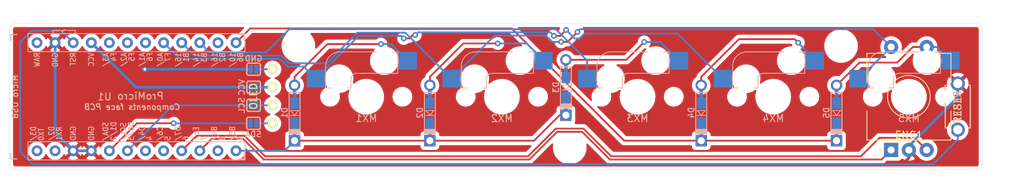
<source format=kicad_pcb>
(kicad_pcb (version 20210925) (generator pcbnew)
  (layers (0 "F.Cu" signal) (31 "B.Cu" signal) (34 "B.Paste" user) (35 "F.Paste" user) (36 "B.SilkS" user "B.Silkscreen") (37 "F.SilkS" user "F.Silkscreen") (38 "B.Mask" user) (39 "F.Mask" user) (44 "Edge.Cuts" user))
  (net 0 "")
  (net 1 "Net-(D1-Pad2)")
  (net 2 "row0")
  (net 3 "Net-(D2-Pad2)")
  (net 4 "Net-(D3-Pad2)")
  (net 5 "Net-(D4-Pad2)")
  (net 6 "row1")
  (net 7 "Net-(D5-Pad2)")
  (net 8 "col0")
  (net 9 "col1")
  (net 10 "col2")
  (net 11 "GND")
  (net 12 "VCC")
  (net 13 "SCL")
  (net 14 "SDA")
  (net 15 "Reset")
  (net 16 "EncoderA")
  (net 17 "EncoderB")
  (net 18 "Net-(OL1-Pad2)")
  (net 19 "Net-(OL1-Pad3)")
  (net 29 "Net-(GND1-Pad2)")
  (net 30 "Net-(OL1-Pad1)")
  (footprint "Envoy:Diode-Hybrid-Back" (layer "F.Cu") (at 86.776 51.5 -90)
    (fp_text reference "D1" (at -0.0254 1.4 90) (layer "B.SilkS") (effects (font (size 0.8 0.8)) (justify mirror)))
    (fp_text value "D_Small" hide)
    (fp_line (start 0.35 0.55) (end 0.35 -0.55) (layer "B.SilkS") (width 0.12))
    (fp_line (start -2.9 -0.762) (end -2.9 0.762) (layer "B.SilkS") (width 0.15))
    (fp_line (start -0.35 0.55) (end -0.35 -0.55) (layer "B.SilkS") (width 0.12))
    (fp_line (start 2.54 -0.762) (end -2.9 -0.762) (layer "B.SilkS") (width 0.15))
    (fp_line (start 0.35 0) (end -0.35 0.55) (layer "B.SilkS") (width 0.12))
    (fp_line (start -0.35 -0.55) (end 0.35 0) (layer "B.SilkS") (width 0.12))
    (fp_line (start -2.9 0.762) (end 2.54 0.762) (layer "B.SilkS") (width 0.15))
    (fp_rect (start 2.309 -0.762) (end 2.921 0.762) (layer "B.SilkS") (width 0.15) (fill solid))
    (pad "1" smd rect (at 1.4 0 270) (size 1.6 1.2) (layers "B.Cu" "B.Paste" "B.Mask") (net 2 "row0"))
    (pad "1" thru_hole rect (at 3.9 0 270) (size 1.6 1.6) (drill 1) (layers *.Cu *.Mask) (net 2 "row0"))
    (pad "1" smd rect (at 2.5 0 270) (size 2.9 0.5) (layers "B.Cu") (net 2 "row0"))
    (pad "2" smd rect (at -2.5 0 270) (size 2.9 0.5) (layers "B.Cu") (net 1 "Net-(D1-Pad2)"))
    (pad "2" thru_hole circle (at -3.9 0 270) (size 1.6 1.6) (drill 1) (layers *.Cu *.Mask) (net 1 "Net-(D1-Pad2)"))
    (pad "2" smd rect (at -1.4 0 270) (size 1.6 1.2) (layers "B.Cu" "B.Paste" "B.Mask") (net 1 "Net-(D1-Pad2)"))
  )
  (footprint "Envoy:Diode-Hybrid-Back" (layer "F.Cu") (at 105.776 51.5 -90)
    (fp_text reference "D2" (at -0.0254 1.4 90) (layer "B.SilkS") (effects (font (size 0.8 0.8)) (justify mirror)))
    (fp_text value "D_Small" hide)
    (fp_line (start -2.9 0.762) (end 2.54 0.762) (layer "B.SilkS") (width 0.15))
    (fp_line (start -0.35 -0.55) (end 0.35 0) (layer "B.SilkS") (width 0.12))
    (fp_line (start 2.54 -0.762) (end -2.9 -0.762) (layer "B.SilkS") (width 0.15))
    (fp_line (start -0.35 0.55) (end -0.35 -0.55) (layer "B.SilkS") (width 0.12))
    (fp_line (start 0.35 0.55) (end 0.35 -0.55) (layer "B.SilkS") (width 0.12))
    (fp_line (start 0.35 0) (end -0.35 0.55) (layer "B.SilkS") (width 0.12))
    (fp_line (start -2.9 -0.762) (end -2.9 0.762) (layer "B.SilkS") (width 0.15))
    (fp_rect (start 2.309 -0.762) (end 2.921 0.762) (layer "B.SilkS") (width 0.15) (fill solid))
    (pad "1" smd rect (at 2.5 0 270) (size 2.9 0.5) (layers "B.Cu") (net 2 "row0"))
    (pad "1" smd rect (at 1.4 0 270) (size 1.6 1.2) (layers "B.Cu" "B.Paste" "B.Mask") (net 2 "row0"))
    (pad "1" thru_hole rect (at 3.9 0 270) (size 1.6 1.6) (drill 1) (layers *.Cu *.Mask) (net 2 "row0"))
    (pad "2" thru_hole circle (at -3.9 0 270) (size 1.6 1.6) (drill 1) (layers *.Cu *.Mask) (net 3 "Net-(D2-Pad2)"))
    (pad "2" smd rect (at -2.5 0 270) (size 2.9 0.5) (layers "B.Cu") (net 3 "Net-(D2-Pad2)"))
    (pad "2" smd rect (at -1.4 0 270) (size 1.6 1.2) (layers "B.Cu" "B.Paste" "B.Mask") (net 3 "Net-(D2-Pad2)"))
  )
  (footprint "Envoy:Diode-Hybrid-Back" (layer "F.Cu") (at 124.876 47.911 -90)
    (fp_text reference "D3" (at -0.0254 1.4 90) (layer "B.SilkS") (effects (font (size 0.8 0.8)) (justify mirror)))
    (fp_text value "D_Small" hide)
    (fp_line (start -0.35 0.55) (end -0.35 -0.55) (layer "B.SilkS") (width 0.12))
    (fp_line (start 0.35 0) (end -0.35 0.55) (layer "B.SilkS") (width 0.12))
    (fp_line (start 0.35 0.55) (end 0.35 -0.55) (layer "B.SilkS") (width 0.12))
    (fp_line (start -0.35 -0.55) (end 0.35 0) (layer "B.SilkS") (width 0.12))
    (fp_line (start 2.54 -0.762) (end -2.9 -0.762) (layer "B.SilkS") (width 0.15))
    (fp_line (start -2.9 0.762) (end 2.54 0.762) (layer "B.SilkS") (width 0.15))
    (fp_line (start -2.9 -0.762) (end -2.9 0.762) (layer "B.SilkS") (width 0.15))
    (fp_rect (start 2.309 -0.762) (end 2.921 0.762) (layer "B.SilkS") (width 0.15) (fill solid))
    (pad "1" thru_hole rect (at 3.9 0 270) (size 1.6 1.6) (drill 1) (layers *.Cu *.Mask) (net 2 "row0"))
    (pad "1" smd rect (at 2.5 0 270) (size 2.9 0.5) (layers "B.Cu") (net 2 "row0"))
    (pad "1" smd rect (at 1.4 0 270) (size 1.6 1.2) (layers "B.Cu" "B.Paste" "B.Mask") (net 2 "row0"))
    (pad "2" thru_hole circle (at -3.9 0 270) (size 1.6 1.6) (drill 1) (layers *.Cu *.Mask) (net 4 "Net-(D3-Pad2)"))
    (pad "2" smd rect (at -2.5 0 270) (size 2.9 0.5) (layers "B.Cu") (net 4 "Net-(D3-Pad2)"))
    (pad "2" smd rect (at -1.4 0 270) (size 1.6 1.2) (layers "B.Cu" "B.Paste" "B.Mask") (net 4 "Net-(D3-Pad2)"))
  )
  (footprint "Envoy:Diode-Hybrid-Back" (layer "F.Cu") (at 143.876 51.5 -90)
    (fp_text reference "D4" (at -0.0254 1.4 90) (layer "B.SilkS") (effects (font (size 0.8 0.8)) (justify mirror)))
    (fp_text value "D_Small" hide)
    (fp_line (start 0.35 0) (end -0.35 0.55) (layer "B.SilkS") (width 0.12))
    (fp_line (start 0.35 0.55) (end 0.35 -0.55) (layer "B.SilkS") (width 0.12))
    (fp_line (start 2.54 -0.762) (end -2.9 -0.762) (layer "B.SilkS") (width 0.15))
    (fp_line (start -2.9 0.762) (end 2.54 0.762) (layer "B.SilkS") (width 0.15))
    (fp_line (start -0.35 0.55) (end -0.35 -0.55) (layer "B.SilkS") (width 0.12))
    (fp_line (start -0.35 -0.55) (end 0.35 0) (layer "B.SilkS") (width 0.12))
    (fp_line (start -2.9 -0.762) (end -2.9 0.762) (layer "B.SilkS") (width 0.15))
    (fp_rect (start 2.309 -0.762) (end 2.921 0.762) (layer "B.SilkS") (width 0.15) (fill solid))
    (pad "1" smd rect (at 2.5 0 270) (size 2.9 0.5) (layers "B.Cu") (net 6 "row1"))
    (pad "1" thru_hole rect (at 3.9 0 270) (size 1.6 1.6) (drill 1) (layers *.Cu *.Mask) (net 6 "row1"))
    (pad "1" smd rect (at 1.4 0 270) (size 1.6 1.2) (layers "B.Cu" "B.Paste" "B.Mask") (net 6 "row1"))
    (pad "2" smd rect (at -1.4 0 270) (size 1.6 1.2) (layers "B.Cu" "B.Paste" "B.Mask") (net 5 "Net-(D4-Pad2)"))
    (pad "2" smd rect (at -2.5 0 270) (size 2.9 0.5) (layers "B.Cu") (net 5 "Net-(D4-Pad2)"))
    (pad "2" thru_hole circle (at -3.9 0 270) (size 1.6 1.6) (drill 1) (layers *.Cu *.Mask) (net 5 "Net-(D4-Pad2)"))
  )
  (footprint "Envoy:Diode-Hybrid-Back" (layer "F.Cu") (at 162.876 51.5 -90)
    (fp_text reference "D5" (at -0.0254 1.4 90) (layer "B.SilkS") (effects (font (size 0.8 0.8)) (justify mirror)))
    (fp_text value "D_Small" hide)
    (fp_line (start -0.35 0.55) (end -0.35 -0.55) (layer "B.SilkS") (width 0.12))
    (fp_line (start 0.35 0.55) (end 0.35 -0.55) (layer "B.SilkS") (width 0.12))
    (fp_line (start -0.35 -0.55) (end 0.35 0) (layer "B.SilkS") (width 0.12))
    (fp_line (start 0.35 0) (end -0.35 0.55) (layer "B.SilkS") (width 0.12))
    (fp_line (start 2.54 -0.762) (end -2.9 -0.762) (layer "B.SilkS") (width 0.15))
    (fp_line (start -2.9 0.762) (end 2.54 0.762) (layer "B.SilkS") (width 0.15))
    (fp_line (start -2.9 -0.762) (end -2.9 0.762) (layer "B.SilkS") (width 0.15))
    (fp_rect (start 2.309 -0.762) (end 2.921 0.762) (layer "B.SilkS") (width 0.15) (fill solid))
    (pad "1" smd rect (at 1.4 0 270) (size 1.6 1.2) (layers "B.Cu" "B.Paste" "B.Mask") (net 6 "row1"))
    (pad "1" thru_hole rect (at 3.9 0 270) (size 1.6 1.6) (drill 1) (layers *.Cu *.Mask) (net 6 "row1"))
    (pad "1" smd rect (at 2.5 0 270) (size 2.9 0.5) (layers "B.Cu") (net 6 "row1"))
    (pad "2" thru_hole circle (at -3.9 0 270) (size 1.6 1.6) (drill 1) (layers *.Cu *.Mask) (net 7 "Net-(D5-Pad2)"))
    (pad "2" smd rect (at -1.4 0 270) (size 1.6 1.2) (layers "B.Cu" "B.Paste" "B.Mask") (net 7 "Net-(D5-Pad2)"))
    (pad "2" smd rect (at -2.5 0 270) (size 2.9 0.5) (layers "B.Cu") (net 7 "Net-(D5-Pad2)"))
  )
  (footprint "Envoy:MXOnly-1U-Hotswap" (layer "F.Cu") (at 96.8375 49.2125)
    (fp_text reference "MX1")
    (fp_text value "MX-NoLED")
    (fp_text user "${REFERENCE}" (at 0 3.048) (layer "B.SilkS") (effects (justify mirror)))
    (fp_line (start 4.43 -3.29) (end -1.35 -3.3) (layer "B.SilkS") (width 0.12))
    (fp_line (start -2.15 -1.23) (end -2.7 -1.23) (layer "B.SilkS") (width 0.12))
    (fp_line (start -3.7 -6.31) (end 1.45 -6.31) (layer "B.SilkS") (width 0.12))
    (fp_line (start 4.43 -6.31) (end 4.43 -3.29) (layer "B.SilkS") (width 0.12))
    (fp_line (start -5.7 -1.23) (end -5.7 -4.31) (layer "B.SilkS") (width 0.12))
    (fp_line (start -5.7 -1.23) (end -4.9 -1.23) (layer "B.SilkS") (width 0.12))
    (fp_line (start -2.15 -1.23) (end -2.15 -2.5) (layer "B.SilkS") (width 0.12))
    (fp_line (start 4.43 -6.31) (end 3.65 -6.31) (layer "B.SilkS") (width 0.12))
    (fp_arc (start -3.7 -4.31) (end -3.7 -6.31) (angle -90) (layer "B.SilkS") (width 0.12))
    (fp_arc (start -1.35 -2.5) (end -1.35 -3.3) (angle -90) (layer "B.SilkS") (width 0.12))
    (pad "" np_thru_hole circle (at 5.08 0 48.0996) (size 1.75 1.75) (drill 1.75) (layers *.Cu *.Mask))
    (pad "" np_thru_hole circle (at -5.08 0 48.0996) (size 1.75 1.75) (drill 1.75) (layers *.Cu *.Mask))
    (pad "" np_thru_hole circle (at 0 0) (size 3.9878 3.9878) (drill 3.9878) (layers *.Cu *.Mask))
    (pad "" np_thru_hole circle (at -3.81 -2.54) (size 3 3) (drill 3) (layers *.Cu *.Mask))
    (pad "" np_thru_hole circle (at 2.54 -5.08) (size 3 3) (drill 3) (layers *.Cu *.Mask))
    (pad "1" smd rect (at -7.085 -2.54) (size 2.55 2.5) (layers "B.Cu" "B.Paste" "B.Mask") (net 8 "col0"))
    (pad "2" smd rect (at 5.842 -5.08) (size 2.55 2.5) (layers "B.Cu" "B.Paste" "B.Mask") (net 1 "Net-(D1-Pad2)"))
  )
  (footprint "Envoy:MXOnly-1U-Hotswap" (layer "F.Cu") (at 115.8875 49.2125)
    (fp_text reference "MX2")
    (fp_text value "MX-NoLED")
    (fp_text user "${REFERENCE}" (at 0 3.048) (layer "B.SilkS") (effects (justify mirror)))
    (fp_line (start -2.15 -1.23) (end -2.7 -1.23) (layer "B.SilkS") (width 0.12))
    (fp_line (start -5.7 -1.23) (end -5.7 -4.31) (layer "B.SilkS") (width 0.12))
    (fp_line (start -5.7 -1.23) (end -4.9 -1.23) (layer "B.SilkS") (width 0.12))
    (fp_line (start 4.43 -6.31) (end 4.43 -3.29) (layer "B.SilkS") (width 0.12))
    (fp_line (start 4.43 -6.31) (end 3.65 -6.31) (layer "B.SilkS") (width 0.12))
    (fp_line (start 4.43 -3.29) (end -1.35 -3.3) (layer "B.SilkS") (width 0.12))
    (fp_line (start -2.15 -1.23) (end -2.15 -2.5) (layer "B.SilkS") (width 0.12))
    (fp_line (start -3.7 -6.31) (end 1.45 -6.31) (layer "B.SilkS") (width 0.12))
    (fp_arc (start -1.35 -2.5) (end -1.35 -3.3) (angle -90) (layer "B.SilkS") (width 0.12))
    (fp_arc (start -3.7 -4.31) (end -3.7 -6.31) (angle -90) (layer "B.SilkS") (width 0.12))
    (pad "" np_thru_hole circle (at 5.08 0 48.0996) (size 1.75 1.75) (drill 1.75) (layers *.Cu *.Mask))
    (pad "" np_thru_hole circle (at 0 0) (size 3.9878 3.9878) (drill 3.9878) (layers *.Cu *.Mask))
    (pad "" np_thru_hole circle (at -3.81 -2.54) (size 3 3) (drill 3) (layers *.Cu *.Mask))
    (pad "" np_thru_hole circle (at -5.08 0 48.0996) (size 1.75 1.75) (drill 1.75) (layers *.Cu *.Mask))
    (pad "" np_thru_hole circle (at 2.54 -5.08) (size 3 3) (drill 3) (layers *.Cu *.Mask))
    (pad "1" smd rect (at -7.085 -2.54) (size 2.55 2.5) (layers "B.Cu" "B.Paste" "B.Mask") (net 9 "col1"))
    (pad "2" smd rect (at 5.842 -5.08) (size 2.55 2.5) (layers "B.Cu" "B.Paste" "B.Mask") (net 3 "Net-(D2-Pad2)"))
  )
  (footprint "Envoy:MXOnly-1U-Hotswap" (layer "F.Cu") (at 134.9375 49.2125)
    (fp_text reference "MX3")
    (fp_text value "MX-NoLED")
    (fp_text user "${REFERENCE}" (at 0 3.048) (layer "B.SilkS") (effects (justify mirror)))
    (fp_line (start -5.7 -1.23) (end -4.9 -1.23) (layer "B.SilkS") (width 0.12))
    (fp_line (start -3.7 -6.31) (end 1.45 -6.31) (layer "B.SilkS") (width 0.12))
    (fp_line (start -5.7 -1.23) (end -5.7 -4.31) (layer "B.SilkS") (width 0.12))
    (fp_line (start -2.15 -1.23) (end -2.7 -1.23) (layer "B.SilkS") (width 0.12))
    (fp_line (start 4.43 -6.31) (end 3.65 -6.31) (layer "B.SilkS") (width 0.12))
    (fp_line (start 4.43 -6.31) (end 4.43 -3.29) (layer "B.SilkS") (width 0.12))
    (fp_line (start -2.15 -1.23) (end -2.15 -2.5) (layer "B.SilkS") (width 0.12))
    (fp_line (start 4.43 -3.29) (end -1.35 -3.3) (layer "B.SilkS") (width 0.12))
    (fp_arc (start -1.35 -2.5) (end -1.35 -3.3) (angle -90) (layer "B.SilkS") (width 0.12))
    (fp_arc (start -3.7 -4.31) (end -3.7 -6.31) (angle -90) (layer "B.SilkS") (width 0.12))
    (pad "" np_thru_hole circle (at 0 0) (size 3.9878 3.9878) (drill 3.9878) (layers *.Cu *.Mask))
    (pad "" np_thru_hole circle (at 5.08 0 48.0996) (size 1.75 1.75) (drill 1.75) (layers *.Cu *.Mask))
    (pad "" np_thru_hole circle (at -3.81 -2.54) (size 3 3) (drill 3) (layers *.Cu *.Mask))
    (pad "" np_thru_hole circle (at -5.08 0 48.0996) (size 1.75 1.75) (drill 1.75) (layers *.Cu *.Mask))
    (pad "" np_thru_hole circle (at 2.54 -5.08) (size 3 3) (drill 3) (layers *.Cu *.Mask))
    (pad "1" smd rect (at -7.085 -2.54) (size 2.55 2.5) (layers "B.Cu" "B.Paste" "B.Mask") (net 10 "col2"))
    (pad "2" smd rect (at 5.842 -5.08) (size 2.55 2.5) (layers "B.Cu" "B.Paste" "B.Mask") (net 4 "Net-(D3-Pad2)"))
  )
  (footprint "Envoy:MXOnly-1U-Hotswap" (layer "F.Cu") (at 153.9875 49.2125)
    (fp_text reference "MX4")
    (fp_text value "MX-NoLED")
    (fp_text user "${REFERENCE}" (at 0 3.048) (layer "B.SilkS") (effects (justify mirror)))
    (fp_line (start -2.15 -1.23) (end -2.7 -1.23) (layer "B.SilkS") (width 0.12))
    (fp_line (start -5.7 -1.23) (end -4.9 -1.23) (layer "B.SilkS") (width 0.12))
    (fp_line (start 4.43 -6.31) (end 4.43 -3.29) (layer "B.SilkS") (width 0.12))
    (fp_line (start -3.7 -6.31) (end 1.45 -6.31) (layer "B.SilkS") (width 0.12))
    (fp_line (start 4.43 -6.31) (end 3.65 -6.31) (layer "B.SilkS") (width 0.12))
    (fp_line (start -5.7 -1.23) (end -5.7 -4.31) (layer "B.SilkS") (width 0.12))
    (fp_line (start -2.15 -1.23) (end -2.15 -2.5) (layer "B.SilkS") (width 0.12))
    (fp_line (start 4.43 -3.29) (end -1.35 -3.3) (layer "B.SilkS") (width 0.12))
    (fp_arc (start -3.7 -4.31) (end -3.7 -6.31) (angle -90) (layer "B.SilkS") (width 0.12))
    (fp_arc (start -1.35 -2.5) (end -1.35 -3.3) (angle -90) (layer "B.SilkS") (width 0.12))
    (pad "" np_thru_hole circle (at 5.08 0 48.0996) (size 1.75 1.75) (drill 1.75) (layers *.Cu *.Mask))
    (pad "" np_thru_hole circle (at 2.54 -5.08) (size 3 3) (drill 3) (layers *.Cu *.Mask))
    (pad "" np_thru_hole circle (at -5.08 0 48.0996) (size 1.75 1.75) (drill 1.75) (layers *.Cu *.Mask))
    (pad "" np_thru_hole circle (at 0 0) (size 3.9878 3.9878) (drill 3.9878) (layers *.Cu *.Mask))
    (pad "" np_thru_hole circle (at -3.81 -2.54) (size 3 3) (drill 3) (layers *.Cu *.Mask))
    (pad "1" smd rect (at -7.085 -2.54) (size 2.55 2.5) (layers "B.Cu" "B.Paste" "B.Mask") (net 8 "col0"))
    (pad "2" smd rect (at 5.842 -5.08) (size 2.55 2.5) (layers "B.Cu" "B.Paste" "B.Mask") (net 5 "Net-(D4-Pad2)"))
  )
  (footprint "kbd:OLED_v2" (layer "F.Cu") (at 83.693 49.149 90)
    (fp_text reference "OL1")
    (fp_text value "OLED" hide)
    (fp_text user "OLED" (at 0 -2.693 90) (layer "F.SilkS"))
    (pad "1" thru_hole circle locked (at -3.81 0 90) (size 1.397 1.397) (drill 0.8128) (layers *.Cu "F.SilkS" "B.Mask") (net 30 "Net-(OL1-Pad1)"))
    (pad "2" thru_hole circle locked (at -1.27 0 90) (size 1.397 1.397) (drill 0.8128) (layers *.Cu "F.SilkS" "B.Mask") (net 18 "Net-(OL1-Pad2)"))
    (pad "3" thru_hole circle locked (at 1.27 0 90) (size 1.397 1.397) (drill 0.8128) (layers *.Cu "F.SilkS" "B.Mask") (net 19 "Net-(OL1-Pad3)"))
    (pad "4" thru_hole circle locked (at 3.81 0 90) (size 1.397 1.397) (drill 0.8128) (layers *.Cu "F.SilkS" "B.Mask") (net 29 "Net-(GND1-Pad2)"))
  )
  (footprint "MountingHole:MountingHole_3.7mm" (layer "F.Cu") (at 125.4125 56.35625)
    (fp_text reference "REF**" hide)
    (fp_text value "MountingHole_3.7mm" hide)
    (pad "" np_thru_hole circle locked (at 0 0) (size 3.7 3.7) (drill 3.7) (layers *.Cu *.Mask))
  )
  (footprint "MountingHole:MountingHole_3.7mm" (layer "F.Cu") (at 87.3125 42.06875)
    (fp_text reference "REF**" hide)
    (fp_text value "MountingHole_3.7mm" hide)
    (pad "" np_thru_hole circle locked (at 0 0) (size 3.7 3.7) (drill 3.7) (layers *.Cu *.Mask))
  )
  (footprint "MountingHole:MountingHole_3.7mm" (layer "F.Cu") (at 163.5125 42.06875)
    (fp_text reference "REF**" hide)
    (fp_text value "MountingHole_3.7mm" hide)
    (pad "" np_thru_hole circle locked (at 0 0) (size 3.7 3.7) (drill 3.7) (layers *.Cu *.Mask))
  )
  (footprint "Keebio-Parts:RotaryEncoder_EC11-no-legs" (layer "F.Cu") (at 173.0375 49.2125 90)
    (fp_text reference "ENC1" (at -5.3975 0 180) (layer "F.SilkS"))
    (fp_text value "Rotary_Encoder_Switch")
    (fp_line (start 6.1 3.5) (end 6.1 5.9) (layer "F.SilkS") (width 0.12))
    (fp_line (start -7.2 -4.1) (end -7.5 -3.8) (layer "F.SilkS") (width 0.12))
    (fp_line (start 6.1 -1.3) (end 6.1 1.3) (layer "F.SilkS") (width 0.12))
    (fp_line (start -6.1 -5.9) (end -6.1 5.9) (layer "F.SilkS") (width 0.12))
    (fp_line (start 6.1 5.9) (end 2 5.9) (layer "F.SilkS") (width 0.12))
    (fp_line (start 6.1 -5.9) (end 6.1 -3.5) (layer "F.SilkS") (width 0.12))
    (fp_line (start 0 -0.5) (end 0 0.5) (layer "F.SilkS") (width 0.12))
    (fp_line (start -7.8 -4.1) (end -7.2 -4.1) (layer "F.SilkS") (width 0.12))
    (fp_line (start -0.5 0) (end 0.5 0) (layer "F.SilkS") (width 0.12))
    (fp_line (start -2 5.9) (end -6.1 5.9) (layer "F.SilkS") (width 0.12))
    (fp_line (start -7.5 -3.8) (end -7.8 -4.1) (layer "F.SilkS") (width 0.12))
    (fp_line (start 2 -5.9) (end 6.1 -5.9) (layer "F.SilkS") (width 0.12))
    (fp_line (start -2 -5.9) (end -6.1 -5.9) (layer "F.SilkS") (width 0.12))
    (fp_circle (center 0 0) (end 3 0) (layer "F.SilkS") (width 0.12) (fill none))
    (pad "A" thru_hole rect locked (at -7.5 -2.5 90) (size 2 2) (drill 1) (layers *.Cu *.Mask) (net 16 "EncoderA"))
    (pad "B" thru_hole circle locked (at -7.5 2.5 90) (size 2 2) (drill 1) (layers *.Cu *.Mask) (net 17 "EncoderB"))
    (pad "C" thru_hole circle locked (at -7.5 0 90) (size 2 2) (drill 1) (layers *.Cu *.Mask) (net 11 "GND"))
    (pad "S1" thru_hole circle locked (at 7 2.5 90) (size 2 2) (drill 1) (layers *.Cu *.Mask) (net 7 "Net-(D5-Pad2)"))
    (pad "S2" thru_hole circle locked (at 7 -2.5 90) (size 2 2) (drill 1) (layers *.Cu *.Mask) (net 9 "col1"))
  )
  (footprint "Envoy:MXOnly-1U-Hotswap" (layer "F.Cu") (at 173.0375 49.2125)
    (fp_text reference "MX5")
    (fp_text value "MX-NoLED")
    (fp_text user "${REFERENCE}" (at 0 3.048) (layer "B.SilkS") (effects (justify mirror)))
    (fp_line (start -2.15 -1.23) (end -2.7 -1.23) (layer "B.SilkS") (width 0.12))
    (fp_line (start -2.15 -1.23) (end -2.15 -2.5) (layer "B.SilkS") (width 0.12))
    (fp_line (start 4.43 -6.31) (end 3.65 -6.31) (layer "B.SilkS") (width 0.12))
    (fp_line (start -5.7 -1.23) (end -5.7 -4.31) (layer "B.SilkS") (width 0.12))
    (fp_line (start 4.43 -6.31) (end 4.43 -3.29) (layer "B.SilkS") (width 0.12))
    (fp_line (start 4.43 -3.29) (end -1.35 -3.3) (layer "B.SilkS") (width 0.12))
    (fp_line (start -5.7 -1.23) (end -4.9 -1.23) (layer "B.SilkS") (width 0.12))
    (fp_line (start -3.7 -6.31) (end 1.45 -6.31) (layer "B.SilkS") (width 0.12))
    (fp_arc (start -1.35 -2.5) (end -1.35 -3.3) (angle -90) (layer "B.SilkS") (width 0.12))
    (fp_arc (start -3.7 -4.31) (end -3.7 -6.31) (angle -90) (layer "B.SilkS") (width 0.12))
    (pad "" np_thru_hole circle (at 2.54 -5.08) (size 3 3) (drill 3) (layers *.Cu *.Mask))
    (pad "" np_thru_hole circle (at 0 0) (size 3.9878 3.9878) (drill 3.9878) (layers *.Cu *.Mask))
    (pad "" np_thru_hole circle (at -3.81 -2.54) (size 3 3) (drill 3) (layers *.Cu *.Mask))
    (pad "" np_thru_hole circle (at 5.08 0 48.0996) (size 1.75 1.75) (drill 1.75) (layers *.Cu *.Mask))
    (pad "" np_thru_hole circle (at -5.08 0 48.0996) (size 1.75 1.75) (drill 1.75) (layers *.Cu *.Mask))
    (pad "1" smd rect (at -7.085 -2.54) (size 2.55 2.5) (layers "B.Cu" "B.Paste" "B.Mask") (net 9 "col1"))
    (pad "2" smd rect (at 5.842 -5.08) (size 2.55 2.5) (layers "B.Cu" "B.Paste" "B.Mask") (net 7 "Net-(D5-Pad2)"))
  )
  (footprint "Envoy:ProMicro_face_in" (layer "B.Cu") (at 65.0875 49.2125 -90)
    (fp_text reference "U1" (at 0 5 180) (layer "B.SilkS") (effects (justify mirror)))
    (fp_text value "ProMicro" (at -0.1 -0.05 180) (layer "B.SilkS") (effects (justify mirror)))
    (fp_text user "14/" (at -4.134286 -7.9 90 unlocked) (layer "B.SilkS") (effects (font (size 0.75 0.67) (thickness 0.125)) (justify right mirror)))
    (fp_text user "RX1" (at 4.145715 11.354 90 unlocked) (layer "B.SilkS") (effects (font (size 0.75 0.67) (thickness 0.125)) (justify left mirror)))
    (fp_text user "F4" (at -4.9 3.712 90 unlocked) (layer "B.SilkS") (effects (font (size 0.75 0.67) (thickness 0.125)) (justify right mirror)))
    (fp_text user "7" (at 5.45381 -8.966 90 unlocked) (layer "B.SilkS") (effects (font (size 0.75 0.67) (thickness 0.125)) (justify left mirror)))
    (fp_text user "5" (at 5.45381 -3.886 90 unlocked) (layer "B.SilkS") (effects (font (size 0.75 0.67) (thickness 0.125)) (justify left mirror)))
    (fp_text user "10/" (at -4.134286 -12.98 90 unlocked) (layer "B.SilkS") (effects (font (size 0.75 0.67) (thickness 0.125)) (justify right mirror)))
    (fp_text user "GND" (at -4.070476 11.938 90 unlocked) (layer "B.SilkS") (effects (font (size 0.75 0.67) (thickness 0.125)) (justify right mirror)))
    (fp_text user "A0/" (at -4.198095 -2.82 90 unlocked) (layer "B.SilkS") (effects (font (size 0.75 0.67) (thickness 0.125)) (justify right mirror)))
    (fp_text user "B5/" (at 4.081905 -12.958 90 unlocked) (layer "B.SilkS") (effects (font (size 0.75 0.67) (thickness 0.125)) (justify left mirror)))
    (fp_text user "B3" (at -4.804286 -8.988 90 unlocked) (layer "B.SilkS") (effects (font (size 0.75 0.67) (thickness 0.125)) (justify right mirror)))
    (fp_text user "A2/" (at -4.198095 2.26 90 unlocked) (layer "B.SilkS") (effects (font (size 0.75 0.67) (thickness 0.125)) (justify right mirror)))
    (fp_text user "D1/2" (at 3.44381 3.724 90 unlocked) (layer "B.SilkS") (effects (font (size 0.75 0.67) (thickness 0.125)) (justify left mirror)))
    (fp_text user "C6/" (at 4.081905 -2.798 90 unlocked) (layer "B.SilkS") (effects (font (size 0.75 0.67) (thickness 0.125)) (justify left mirror)))
    (fp_text user "RST" (at -4.29381 9.398 90 unlocked) (layer "B.SilkS") (effects (font (size 0.75 0.67) (thickness 0.125)) (justify right mirror)))
    (fp_text user "8" (at 5.45381 -11.506 90 unlocked) (layer "B.SilkS") (effects (font (size 0.75 0.67) (thickness 0.125)) (justify left mirror)))
    (fp_text user "B6" (at -4.804286 -14.068 90 unlocked) (layer "B.SilkS") (effects (font (size 0.75 0.67) (thickness 0.125)) (justify right mirror)))
    (fp_text user "TX0" (at 4.305238 13.892 90 unlocked) (layer "B.SilkS") (effects (font (size 0.75 0.67) (thickness 0.125)) (justify left mirror)))
    (fp_text user "B2" (at -4.804286 -11.556 90 unlocked) (layer "B.SilkS") (effects (font (size 0.75 0.67) (thickness 0.125)) (justify right mirror)))
    (fp_text user "D4/" (at 4.081905 -0.258 90 unlocked) (layer "B.SilkS") (effects (font (size 0.75 0.67) (thickness 0.125)) (justify left mirror)))
    (fp_text user "B4/" (at 4.081905 -10.418 90 unlocked) (layer "B.SilkS") (effects (font (size 0.75 0.67) (thickness 0.125)) (justify left mirror)))
    (fp_text user "A3/" (at -4.198095 4.8 90 unlocked) (layer "B.SilkS") (effects (font (size 0.75 0.67) (thickness 0.125)) (justify right mirror)))
    (fp_text user "VCC" (at -4.198095 6.858 90 unlocked) (layer "B.SilkS") (effects (font (size 0.75 0.67) (thickness 0.125)) (justify right mirror)))
    (fp_text user "SDA/" (at 3.507619 4.842 90 unlocked) (layer "B.SilkS") (effects (font (size 0.75 0.67) (thickness 0.125)) (justify left mirror)))
    (fp_text user "F7" (at -4.9 -3.908 90 unlocked) (layer "B.SilkS") (effects (font (size 0.75 0.67) (thickness 0.125)) (justify right mirror)))
    (fp_text user "Micro USB" (at 0 17.55 90 unlocked) (layer "B.SilkS") (effects (font (size 0.8 0.8)) (justify mirror)))
    (fp_text user "D3/" (at 4.081905 14.992 90 unlocked) (layer "B.SilkS") (effects (font (size 0.75 0.67) (thickness 0.125)) (justify left mirror)))
    (fp_text user "15/" (at -4.134286 -5.368 90 unlocked) (layer "B.SilkS") (effects (font (size 0.75 0.67) (thickness 0.125)) (justify right mirror)))
    (fp_text user "D2/" (at 4.081905 12.442 90 unlocked) (layer "B.SilkS") (effects (font (size 0.75 0.67) (thickness 0.125)) (justify left mirror)))
    (fp_text user "E6/" (at 4.145715 -7.878 90 unlocked) (layer "B.SilkS") (effects (font (size 0.75 0.67) (thickness 0.125)) (justify left mirror)))
    (fp_text user "6" (at 5.45381 -6.426 90 unlocked) (layer "B.SilkS") (effects (font (size 0.75 0.67) (thickness 0.125)) (justify left mirror)))
    (fp_text user "16/" (at -4.134286 -10.468 90 unlocked) (layer "B.SilkS") (effects (font (size 0.75 0.67) (thickness 0.125)) (justify right mirror)))
    (fp_text user "9" (at 5.45381 -14.046 90 unlocked) (layer "B.SilkS") (effects (font (size 0.75 0.67) (thickness 0.125)) (justify left mirror)))
    (fp_text user "B1" (at -4.804286 -6.456 90 unlocked) (layer "B.SilkS") (effects (font (size 0.75 0.67) (thickness 0.125)) (justify right mirror)))
    (fp_text user "r" (at -9.34 10.748 90 unlocked) (layer "B.SilkS") (effects (font (size 0.8 0.8) (thickness 0.15) italic) (justify mirror)))
    (fp_text user "Components face PCB" (at 1.4375 1.0875 unlocked) (layer "B.SilkS") (effects (font (size 0.8 0.8) (thickness 0.15) italic) (justify mirror)))
    (fp_text user "F6" (at -4.9 -1.368 90 unlocked) (layer "B.SilkS") (effects (font (size 0.75 0.67) (thickness 0.125)) (justify right mirror)))
    (fp_text user "GND" (at 4.05 6.85 90 unlocked) (layer "B.SilkS") (effects (font (size 0.75 0.67) (thickness 0.125)) (justify left mirror)))
    (fp_text user "SCL/" (at 3.539524 2.342 90 unlocked) (layer "B.SilkS") (effects (font (size 0.75 0.67) (thickness 0.125)) (justify left mirror)))
    (fp_text user "D0/3" (at 3.44381 1.242 90 unlocked) (layer "B.SilkS") (effects (font (size 0.75 0.67) (thickness 0.125)) (justify left mirror)))
    (fp_text user "RAW" (at -4.102381 14.478 90 unlocked) (layer "B.SilkS") (effects (font (size 0.75 0.67) (thickness 0.125)) (justify right mirror)))
    (fp_text user "A1/" (at -4.198095 -0.28 90 unlocked) (layer "B.SilkS") (effects (font (size 0.75 0.67) (thickness 0.125)) (justify right mirror)))
    (fp_text user "4" (at 5.45381 -1.346 90 unlocked) (layer "B.SilkS") (effects (font (size 0.75 0.67) (thickness 0.125)) (justify left mirror)))
    (fp_text user "F5" (at -4.9 1.172 90 unlocked) (layer "B.SilkS") (effects (font (size 0.75 0.67) (thickness 0.125)) (justify right mirror)))
    (fp_text user "GND" (at 4.05 9.39 90 unlocked) (layer "B.SilkS") (effects (font (size 0.75 0.67) (thickness 0.125)) (justify left mirror)))
    (fp_text user "D7/" (at 4.081905 -5.338 90 unlocked) (layer "B.SilkS") (effects (font (size 0.75 0.67) (thickness 0.125)) (justify left mirror)))
    (fp_line (start -8.8814 15.748) (end -8.8814 -14.732) (layer "B.SilkS") (width 0.12))
    (fp_line (start -8.75 -13.7) (end -8.75 -14.6) (layer "B.SilkS") (width 0.15))
    (fp_line (start 8.75 18.15) (end 8.75 17.3) (layer "B.SilkS") (width 0.15))
    (fp_line (start -8.89 -14.732) (end -6.35 -14.732) (layer "B.SilkS") (width 0.12))
    (fp_line (start 8.75 18.15) (end 7.95 18.15) (layer "B.SilkS") (width 0.15))
    (fp_line (start -8.75 -14.6) (end -7.9 -14.6) (layer "B.SilkS") (width 0.15))
    (fp_line (start -8.75 18.15) (end -7.9 18.15) (layer "B.SilkS") (width 0.15))
    (fp_line (start 8.75 -14.6) (end 7.89 -14.6) (layer "B.SilkS") (width 0.15))
    (fp_line (start 6.35 15.748) (end 8.89 15.748) (layer "B.SilkS") (width 0.12))
    (fp_line (start -9.34 9.098) (end -9.34 10.198) (layer "B.SilkS") (width 0.12))
    (fp_line (start 6.3386 15.748) (end 6.3386 -14.732) (layer "B.SilkS") (width 0.12))
    (fp_line (start 8.75 -13.75) (end 8.75 -14.6) (layer "B.SilkS") (width 0.15))
    (fp_line (start -8.89 9.098) (end -9.34 9.098) (layer "B.SilkS") (width 0.12))
    (fp_line (start -9.34 12.248) (end -8.89 12.248) (layer "B.SilkS") (width 0.12))
    (fp_line (start -6.35 15.748) (end -6.35 -14.732) (layer "B.SilkS") (width 0.12))
    (fp_line (start -8.75 18.15) (end -8.75 17.3) (layer "B.SilkS") (width 0.15))
    (fp_line (start -8.89 15.748) (end -6.35 15.748) (layer "B.SilkS") (width 0.12))
    (fp_line (start -9.34 12.248) (end -9.34 11.148) (layer "B.SilkS") (width 0.12))
    (fp_line (start 8.89 15.748) (end 8.89 -14.732) (layer "B.SilkS") (width 0.12))
    (fp_line (start 6.35 -14.732) (end 8.89 -14.732) (layer "B.SilkS") (width 0.12))
    (pad "1" thru_hole circle (at 7.6114 14.478 270) (size 1.524 1.524) (drill 0.8128) (layers *.Cu *.Mask))
    (pad "2" thru_hole circle (at 7.6114 11.938 270) (size 1.524 1.524) (drill 0.8128) (layers *.Cu *.Mask))
    (pad "3" thru_hole circle (at 7.6114 9.398 270) (size 1.524 1.524) (drill 0.8128) (layers *.Cu *.Mask) (net 11 "GND"))
    (pad "4" thru_hole circle (at 7.6114 6.858 270) (size 1.524 1.524) (drill 0.8128) (layers *.Cu *.Mask) (net 11 "GND"))
    (pad "5" thru_hole circle (at 7.6114 4.318 270) (size 1.524 1.524) (drill 0.8128) (layers *.Cu *.Mask) (net 14 "SDA"))
    (pad "6" thru_hole circle (at 7.6114 1.778 270) (size 1.524 1.524) (drill 0.8128) (layers *.Cu *.Mask) (net 13 "SCL"))
    (pad "7" thru_hole circle (at 7.6114 -0.762 270) (size 1.524 1.524) (drill 0.8128) (layers *.Cu *.Mask))
    (pad "8" thru_hole circle (at 7.6114 -3.302 270) (size 1.524 1.524) (drill 0.8128) (layers *.Cu *.Mask))
    (pad "9" thru_hole circle (at 7.6114 -5.842 270) (size 1.524 1.524) (drill 0.8128) (layers *.Cu *.Mask) (net 17 "EncoderB"))
    (pad "10" thru_hole circle (at 7.6114 -8.382 270) (size 1.524 1.524) (drill 0.8128) (layers *.Cu *.Mask) (net 16 "EncoderA"))
    (pad "11" thru_hole circle (at 7.6114 -10.922 270) (size 1.524 1.524) (drill 0.8128) (layers *.Cu *.Mask))
    (pad "12" thru_hole circle (at 7.6114 -13.462 270) (size 1.524 1.524) (drill 0.8128) (layers *.Cu *.Mask) (net 2 "row0"))
    (pad "13" thru_hole circle (at -7.6086 -13.462 270) (size 1.524 1.524) (drill 0.8128) (layers *.Cu *.Mask) (net 6 "row1"))
    (pad "14" thru_hole circle (at -7.6086 -10.922 270) (size 1.524 1.524) (drill 0.8128) (layers *.Cu *.Mask))
    (pad "15" thru_hole circle (at -7.6086 -8.382 270) (size 1.524 1.524) (drill 0.8128) (layers *.Cu *.Mask) (net 10 "col2"))
    (pad "16" thru_hole circle (at -7.6086 -5.842 270) (size 1.524 1.524) (drill 0.8128) (layers *.Cu *.Mask) (net 9 "col1"))
    (pad "17" thru_hole circle (at -7.6086 -3.302 270) (size 1.524 1.524) (drill 0.8128) (layers *.Cu *.Mask) (net 8 "col0"))
    (pad "18" thru_hole circle (at -7.6086 -0.762 270) (size 1.524 1.524) (drill 0.8128) (layers *.Cu *.Mask))
    (pad "19" thru_hole circle (at -7.6086 1.778 270) (size 1.524 1.524) (drill 0.8128) (layers *.Cu *.Mask))
    (pad "20" thru_hole circle (at -7.6086 4.318 270) (size 1.524 1.524) (drill 0.8128) (layers *.Cu *.Mask))
    (pad "21" thru_hole circle (at -7.6086 6.858 270) (size 1.524 1.524) (drill 0.8128) (layers *.Cu *.Mask) (net 12 "VCC"))
    (pad "22" thru_hole circle (at -7.6086 9.398 270) (size 1.524 1.524) (drill 0.8128) (layers *.Cu *.Mask) (net 15 "Reset"))
    (pad "23" thru_hole circle (at -7.6086 11.938 270) (size 1.524 1.524) (drill 0.8128) (layers *.Cu *.Mask) (net 11 "GND"))
    (pad "24" thru_hole circle (at -7.6086 14.478 270) (size 1.524 1.524) (drill 0.8128) (layers *.Cu *.Mask))
  )
  (footprint "Keyboard parts:SOLDER_JUMPER_2" (layer "B.Cu") (at 81.007 52.959)
    (fp_text reference "SDA1" hide)
    (fp_text value "SolderJumper_2_Open" hide)
    (fp_text user "SDA" (at -0.007 1.541 unlocked) (layer "B.SilkS") (effects (font (size 0.8 0.8)) (justify mirror)))
    (fp_line (start -0.95 -0.6) (end -0.95 0.6) (layer "B.SilkS") (width 0.2))
    (fp_line (start -0.65 -0.85) (end 0.65 -0.85) (layer "B.SilkS") (width 0.2))
    (fp_line (start 0.95 0.6) (end 0.95 -0.55) (layer "B.SilkS") (width 0.2))
    (fp_line (start -0.7 0.85) (end 0.7 0.85) (layer "B.SilkS") (width 0.2))
    (fp_arc (start 0.7 -0.6) (end 0.95 -0.6) (angle -90) (layer "B.SilkS") (width 0.2))
    (fp_arc (start -0.7 -0.6) (end -0.7 -0.85) (angle -90) (layer "B.SilkS") (width 0.2))
    (fp_arc (start 0.7 0.6) (end 0.7 0.85) (angle -90) (layer "B.SilkS") (width 0.2))
    (fp_arc (start -0.7 0.6) (end -0.95 0.6) (angle -90) (layer "B.SilkS") (width 0.2))
    (pad "1" smd rect locked (at -0.4 0) (size 0.6 1.2) (layers "B.Cu" "B.Mask") (net 14 "SDA") (clearance 0.1))
    (pad "2" smd rect locked (at 0.4 0) (size 0.6 1.2) (layers "B.Cu" "B.Mask") (net 30 "Net-(OL1-Pad1)") (clearance 0.1))
  )
  (footprint "Keyboard parts:SOLDER_JUMPER_2" (layer "B.Cu") (at 81.026 50.419)
    (fp_text reference "SCL1" hide)
    (fp_text value "SolderJumper_2_Open" hide)
    (fp_text user "SCL" (at -1.676 0 90 unlocked) (layer "B.SilkS") (effects (font (size 0.8 0.8)) (justify mirror)))
    (fp_line (start -0.7 0.85) (end 0.7 0.85) (layer "B.SilkS") (width 0.2))
    (fp_line (start -0.65 -0.85) (end 0.65 -0.85) (layer "B.SilkS") (width 0.2))
    (fp_line (start -0.95 -0.6) (end -0.95 0.6) (layer "B.SilkS") (width 0.2))
    (fp_line (start 0.95 0.6) (end 0.95 -0.55) (layer "B.SilkS") (width 0.2))
    (fp_arc (start 0.7 -0.6) (end 0.95 -0.6) (angle -90) (layer "B.SilkS") (width 0.2))
    (fp_arc (start 0.7 0.6) (end 0.7 0.85) (angle -90) (layer "B.SilkS") (width 0.2))
    (fp_arc (start -0.7 0.6) (end -0.95 0.6) (angle -90) (layer "B.SilkS") (width 0.2))
    (fp_arc (start -0.7 -0.6) (end -0.7 -0.85) (angle -90) (layer "B.SilkS") (width 0.2))
    (pad "1" smd rect locked (at -0.4 0) (size 0.6 1.2) (layers "B.Cu" "B.Mask") (net 13 "SCL") (clearance 0.1))
    (pad "2" smd rect locked (at 0.4 0) (size 0.6 1.2) (layers "B.Cu" "B.Mask") (net 18 "Net-(OL1-Pad2)") (clearance 0.1))
  )
  (footprint "Keyboard parts:SOLDER_JUMPER_2" (layer "B.Cu") (at 81.026 47.879)
    (fp_text reference "VCC1" hide)
    (fp_text value "SolderJumper_2_Open" hide)
    (fp_text user "VCC" (at -1.676 0 90 unlocked) (layer "B.SilkS") (effects (font (size 0.8 0.8)) (justify mirror)))
    (fp_line (start -0.7 0.85) (end 0.7 0.85) (layer "B.SilkS") (width 0.2))
    (fp_line (start -0.65 -0.85) (end 0.65 -0.85) (layer "B.SilkS") (width 0.2))
    (fp_line (start 0.95 0.6) (end 0.95 -0.55) (layer "B.SilkS") (width 0.2))
    (fp_line (start -0.95 -0.6) (end -0.95 0.6) (layer "B.SilkS") (width 0.2))
    (fp_arc (start -0.7 -0.6) (end -0.7 -0.85) (angle -90) (layer "B.SilkS") (width 0.2))
    (fp_arc (start -0.7 0.6) (end -0.95 0.6) (angle -90) (layer "B.SilkS") (width 0.2))
    (fp_arc (start 0.7 -0.6) (end 0.95 -0.6) (angle -90) (layer "B.SilkS") (width 0.2))
    (fp_arc (start 0.7 0.6) (end 0.7 0.85) (angle -90) (layer "B.SilkS") (width 0.2))
    (pad "1" smd rect locked (at -0.4 0) (size 0.6 1.2) (layers "B.Cu" "B.Mask") (net 12 "VCC") (clearance 0.1))
    (pad "2" smd rect locked (at 0.4 0) (size 0.6 1.2) (layers "B.Cu" "B.Mask") (net 19 "Net-(OL1-Pad3)") (clearance 0.1))
  )
  (footprint "Keyboard parts:SOLDER_JUMPER_2" (layer "B.Cu") (at 81.026 45.339)
    (fp_text reference "GND1" hide)
    (fp_text value "SolderJumper_2_Open" hide)
    (fp_text user "GND" (at 0 -1.489 unlocked) (layer "B.SilkS") (effects (font (size 0.8 0.8)) (justify mirror)))
    (fp_line (start 0.95 0.6) (end 0.95 -0.55) (layer "B.SilkS") (width 0.2))
    (fp_line (start -0.65 -0.85) (end 0.65 -0.85) (layer "B.SilkS") (width 0.2))
    (fp_line (start -0.95 -0.6) (end -0.95 0.6) (layer "B.SilkS") (width 0.2))
    (fp_line (start -0.7 0.85) (end 0.7 0.85) (layer "B.SilkS") (width 0.2))
    (fp_arc (start 0.7 -0.6) (end 0.95 -0.6) (angle -90) (layer "B.SilkS") (width 0.2))
    (fp_arc (start -0.7 -0.6) (end -0.7 -0.85) (angle -90) (layer "B.SilkS") (width 0.2))
    (fp_arc (start 0.7 0.6) (end 0.7 0.85) (angle -90) (layer "B.SilkS") (width 0.2))
    (fp_arc (start -0.7 0.6) (end -0.95 0.6) (angle -90) (layer "B.SilkS") (width 0.2))
    (pad "1" smd rect locked (at -0.4 0) (size 0.6 1.2) (layers "B.Cu" "B.Mask") (net 11 "GND") (clearance 0.1))
    (pad "2" smd rect locked (at 0.4 0) (size 0.6 1.2) (layers "B.Cu" "B.Mask") (net 29 "Net-(GND1-Pad2)") (clearance 0.1))
  )
  (footprint "Envoy:Reset_Jumper_Points" (layer "B.Cu") (at 179.9 50.6 -90)
    (fp_text reference "RESET1" hide)
    (fp_text value "SW_Push")
    (fp_text user "RESET" (at 0 0 90) (layer "B.SilkS") (effects (justify mirror)))
    (fp_text user "RESET" (at 0.127 0 90) (layer "F.SilkS"))
    (fp_line (start -3 1.75) (end -3 1.5) (layer "B.SilkS") (width 0.15))
    (fp_line (start 3 1.75) (end 3 1.5) (layer "B.SilkS") (width 0.15))
    (fp_line (start -3 -1.75) (end 3 -1.75) (layer "B.SilkS") (width 0.15))
    (fp_line (start -3 -1.75) (end -3 -1.5) (layer "B.SilkS") (width 0.15))
    (fp_line (start 3 -1.75) (end 3 -1.5) (layer "B.SilkS") (width 0.15))
    (fp_line (start -3 1.75) (end 3 1.75) (layer "B.SilkS") (width 0.15))
    (fp_line (start -3 -1.75) (end -3 -1.5) (layer "F.SilkS") (width 0.15))
    (fp_line (start 3 -1.5) (end 3 -1.75) (layer "F.SilkS") (width 0.15))
    (fp_line (start 3 1.75) (end 3 1.5) (layer "F.SilkS") (width 0.15))
    (fp_line (start 3 -1.75) (end -3 -1.75) (layer "F.SilkS") (width 0.15))
    (fp_line (start -3 1.5) (end -3 1.75) (layer "F.SilkS") (width 0.15))
    (fp_line (start -3 1.75) (end 3 1.75) (layer "F.SilkS") (width 0.15))
    (pad "1" thru_hole circle (at 3.25 0 270) (size 2 2) (drill 1.3) (layers *.Cu *.Mask) (net 15 "Reset"))
    (pad "2" thru_hole circle (at -3.25 0 270) (size 2 2) (drill 1.3) (layers *.Cu *.Mask) (net 11 "GND"))
  )
  (gr_line (start 46.736 39.6875) (end 46.736 58.7375) (layer "Edge.Cuts") (width 0.05))
  (gr_line (start 47.52975 59.53125) (end 182.5625 59.53125) (layer "Edge.Cuts") (width 0.05))
  (gr_line (start 183.35625 58.7375) (end 183.35625 39.6875) (layer "Edge.Cuts") (width 0.05))
  (gr_line (start 182.5625 38.89375) (end 47.52975 38.89375) (layer "Edge.Cuts") (width 0.05))
  (gr_arc (start 47.52975 58.7375) (end 46.736 58.7375) (angle -90) (layer "Edge.Cuts") (width 0.05))
  (gr_arc (start 182.5625 39.6875) (end 183.35625 39.6875) (angle -90) (layer "Edge.Cuts") (width 0.05))
  (gr_arc (start 47.52975 39.6875) (end 47.52975 38.89375) (angle -90) (layer "Edge.Cuts") (width 0.05))
  (gr_arc (start 182.5625 58.7375) (end 182.5625 59.53125) (angle -90) (layer "Edge.Cuts") (width 0.05))
  (segment (start 86.776 46.411) (end 86.776 47.6) (width 0.25) (layer "F.Cu") (net 1))
  (segment (start 91.387 41.8) (end 86.776 46.411) (width 0.25) (layer "F.Cu") (net 1))
  (segment (start 98.9 41.8) (end 91.387 41.8) (width 0.25) (layer "F.Cu") (net 1))
  (via (at 98.9 41.8) (size 0.8) (drill 0.4) (layers "F.Cu" "B.Cu") (net 1))
  (segment (start 100.347 41.8) (end 102.6795 44.1325) (width 0.25) (layer "B.Cu") (net 1))
  (segment (start 98.9 41.8) (end 100.347 41.8) (width 0.25) (layer "B.Cu") (net 1))
  (segment (start 105.776 55.4) (end 86.776 55.4) (width 0.25) (layer "F.Cu") (net 2))
  (segment (start 120.4 55.4) (end 105.776 55.4) (width 0.25) (layer "F.Cu") (net 2))
  (segment (start 124.876 51.811) (end 123.989 51.811) (width 0.25) (layer "F.Cu") (net 2))
  (segment (start 123.989 51.811) (end 120.4 55.4) (width 0.25) (layer "F.Cu") (net 2))
  (segment (start 85.3789 56.8211) (end 78.5495 56.8211) (width 0.25) (layer "B.Cu") (net 2))
  (segment (start 86.776 55.424) (end 85.3789 56.8211) (width 0.25) (layer "B.Cu") (net 2))
  (segment (start 115.3 41.711) (end 110.476 41.711) (width 0.25) (layer "F.Cu") (net 3))
  (segment (start 105.776 46.411) (end 105.776 47.6) (width 0.25) (layer "F.Cu") (net 3))
  (segment (start 110.476 41.711) (end 105.776 46.411) (width 0.25) (layer "F.Cu") (net 3))
  (via (at 115.3 41.711) (size 0.8) (drill 0.4) (layers "F.Cu" "B.Cu") (net 3))
  (segment (start 121.7295 44.0645) (end 121.7295 44.1325) (width 0.25) (layer "B.Cu") (net 3))
  (segment (start 119.376 41.711) (end 121.7295 44.0645) (width 0.25) (layer "B.Cu") (net 3))
  (segment (start 115.3 41.711) (end 119.376 41.711) (width 0.25) (layer "B.Cu") (net 3))
  (segment (start 124.876 44.011) (end 133.376 44.011) (width 0.25) (layer "F.Cu") (net 4))
  (segment (start 133.376 44.011) (end 135.876 41.511) (width 0.25) (layer "F.Cu") (net 4))
  (via (at 135.876 41.511) (size 0.8) (drill 0.4) (layers "F.Cu" "B.Cu") (net 4))
  (segment (start 138.158 41.511) (end 140.7795 44.1325) (width 0.25) (layer "B.Cu") (net 4))
  (segment (start 135.876 41.511) (end 138.158 41.511) (width 0.25) (layer "B.Cu") (net 4))
  (segment (start 157.5 41.6) (end 157.011 41.111) (width 0.25) (layer "F.Cu") (net 5))
  (segment (start 157.011 41.111) (end 149.176 41.111) (width 0.25) (layer "F.Cu") (net 5))
  (segment (start 149.176 41.111) (end 143.876 46.411) (width 0.25) (layer "F.Cu") (net 5))
  (segment (start 143.876 46.411) (end 143.876 47.6) (width 0.25) (layer "F.Cu") (net 5))
  (via (at 157.5 41.6) (size 0.8) (drill 0.4) (layers "F.Cu" "B.Cu") (net 5))
  (segment (start 159.8295 43.9645) (end 159.8295 44.1325) (width 0.25) (layer "B.Cu") (net 5))
  (segment (start 157.5 41.6) (end 157.5 41.635) (width 0.25) (layer "B.Cu") (net 5))
  (segment (start 157.5 41.635) (end 159.8295 43.9645) (width 0.25) (layer "B.Cu") (net 5))
  (segment (start 133.062352 55.4) (end 117.262352 39.6) (width 0.25) (layer "F.Cu") (net 6))
  (segment (start 117.262352 39.6) (end 80.5506 39.6) (width 0.25) (layer "F.Cu") (net 6))
  (segment (start 162.876 55.4) (end 143.876 55.4) (width 0.25) (layer "F.Cu") (net 6))
  (segment (start 80.5506 39.6) (end 78.5495 41.6011) (width 0.25) (layer "F.Cu") (net 6))
  (segment (start 143.876 55.4) (end 133.062352 55.4) (width 0.25) (layer "F.Cu") (net 6))
  (segment (start 171.4 44.4) (end 166.1 44.4) (width 0.25) (layer "F.Cu") (net 7))
  (segment (start 162.9 47.6) (end 162.876 47.6) (width 0.25) (layer "F.Cu") (net 7))
  (segment (start 166.1 44.4) (end 162.9 47.6) (width 0.25) (layer "F.Cu") (net 7))
  (segment (start 173.5875 42.2125) (end 171.4 44.4) (width 0.25) (layer "F.Cu") (net 7))
  (segment (start 175.5375 42.2125) (end 173.5875 42.2125) (width 0.25) (layer "F.Cu") (net 7))
  (segment (start 178.8795 44.1325) (end 176.9595 42.2125) (width 0.25) (layer "B.Cu") (net 7))
  (segment (start 176.9595 42.2125) (end 175.5375 42.2125) (width 0.25) (layer "B.Cu") (net 7))
  (segment (start 102.891 41) (end 103.3665 40.5245) (width 0.25) (layer "F.Cu") (net 8))
  (segment (start 102.1 41) (end 102.891 41) (width 0.25) (layer "F.Cu") (net 8))
  (segment (start 124.9 39.8) (end 124.9 39.819) (width 0.25) (layer "F.Cu") (net 8))
  (segment (start 124.9 39.819) (end 124.079 40.64) (width 0.25) (layer "F.Cu") (net 8))
  (segment (start 124.079 40.64) (end 123.19 40.64) (width 0.25) (layer "F.Cu") (net 8))
  (segment (start 103.3665 40.5245) (end 103.7 40.5245) (width 0.25) (layer "F.Cu") (net 8))
  (via (at 102.1 41) (size 0.8) (drill 0.4) (layers "F.Cu" "B.Cu") (net 8))
  (via (at 124.9 39.8) (size 0.8) (drill 0.4) (layers "F.Cu" "B.Cu") (net 8))
  (via (at 123.19 40.64) (size 0.8) (drill 0.4) (layers "F.Cu" "B.Cu") (net 8))
  (via (at 103.7 40.5245) (size 0.8) (drill 0.4) (layers "F.Cu" "B.Cu") (net 8))
  (segment (start 124.9 39.8) (end 126.118713 41.018713) (width 0.25) (layer "B.Cu") (net 8))
  (segment (start 127.47199 40.32801) (end 140.55801 40.32801) (width 0.25) (layer "B.Cu") (net 8))
  (segment (start 95.77548 40.64952) (end 89.7525 46.6725) (width 0.25) (layer "B.Cu") (net 8))
  (segment (start 126.118713 41.018713) (end 126.781287 41.018713) (width 0.25) (layer "B.Cu") (net 8))
  (segment (start 85.7885 44.958) (end 84.714019 43.883519) (width 0.25) (layer "B.Cu") (net 8))
  (segment (start 104.07498 40.14952) (end 122.69952 40.14952) (width 0.25) (layer "B.Cu") (net 8))
  (segment (start 140.55801 40.32801) (end 146.9025 46.6725) (width 0.25) (layer "B.Cu") (net 8))
  (segment (start 102.1 41) (end 101.74952 40.64952) (width 0.25) (layer "B.Cu") (net 8))
  (segment (start 84.714019 43.883519) (end 70.671919 43.883519) (width 0.25) (layer "B.Cu") (net 8))
  (segment (start 122.69952 40.14952) (end 123.19 40.64) (width 0.25) (layer "B.Cu") (net 8))
  (segment (start 103.7 40.5245) (end 104.07498 40.14952) (width 0.25) (layer "B.Cu") (net 8))
  (segment (start 126.781287 41.018713) (end 127.47199 40.32801) (width 0.25) (layer "B.Cu") (net 8))
  (segment (start 89.7525 46.6725) (end 88.038 44.958) (width 0.25) (layer "B.Cu") (net 8))
  (segment (start 101.74952 40.64952) (end 95.77548 40.64952) (width 0.25) (layer "B.Cu") (net 8))
  (segment (start 88.038 44.958) (end 85.7885 44.958) (width 0.25) (layer "B.Cu") (net 8))
  (segment (start 70.671919 43.883519) (end 68.3895 41.6011) (width 0.25) (layer "B.Cu") (net 8))
  (segment (start 126.5 40.1) (end 125.113349 41.486651) (width 0.25) (layer "F.Cu") (net 9))
  (segment (start 125.113349 41.486651) (end 124.211349 41.486651) (width 0.25) (layer "F.Cu") (net 9))
  (via (at 124.211349 41.486651) (size 0.8) (drill 0.4) (layers "F.Cu" "B.Cu") (net 9))
  (via (at 126.5 40.1) (size 0.8) (drill 0.4) (layers "F.Cu" "B.Cu") (net 9))
  (segment (start 126.5 40.1) (end 126.9 39.7) (width 0.25) (layer "B.Cu") (net 9))
  (segment (start 122.963649 41.486651) (end 122.076038 40.59904) (width 0.25) (layer "B.Cu") (net 9))
  (segment (start 72.762399 43.433999) (end 70.9295 41.6011) (width 0.25) (layer "B.Cu") (net 9))
  (segment (start 95.589282 40.2) (end 91.281293 44.507989) (width 0.25) (layer "B.Cu") (net 9))
  (segment (start 124.211349 41.486651) (end 122.963649 41.486651) (width 0.25) (layer "B.Cu") (net 9))
  (segment (start 126.9 39.7) (end 168.025 39.7) (width 0.25) (layer "B.Cu") (net 9))
  (segment (start 84.900909 43.433999) (end 72.762399 43.433999) (width 0.25) (layer "B.Cu") (net 9))
  (segment (start 102.33 40.2) (end 95.589282 40.2) (width 0.25) (layer "B.Cu") (net 9))
  (segment (start 166.0775 46.6725) (end 165.9525 46.6725) (width 0.25) (layer "B.Cu") (net 9))
  (segment (start 168.025 39.7) (end 170.5375 42.2125) (width 0.25) (layer "B.Cu") (net 9))
  (segment (start 108.8025 46.6725) (end 102.33 40.2) (width 0.25) (layer "B.Cu") (net 9))
  (segment (start 122.076038 40.59904) (end 114.87596 40.59904) (width 0.25) (layer "B.Cu") (net 9))
  (segment (start 170.5375 42.2125) (end 166.0775 46.6725) (width 0.25) (layer "B.Cu") (net 9))
  (segment (start 85.974899 44.507989) (end 84.900909 43.433999) (width 0.25) (layer "B.Cu") (net 9))
  (segment (start 91.281293 44.507989) (end 85.974899 44.507989) (width 0.25) (layer "B.Cu") (net 9))
  (segment (start 114.87596 40.59904) (end 108.8025 46.6725) (width 0.25) (layer "B.Cu") (net 9))
  (segment (start 74.852389 42.983989) (end 73.4695 41.6011) (width 0.25) (layer "B.Cu") (net 10))
  (segment (start 127.8525 46.6725) (end 127.8525 44.102496) (width 0.25) (layer "B.Cu") (net 10))
  (segment (start 86.03141 39.7) (end 82.747421 42.983989) (width 0.25) (layer "B.Cu") (net 10))
  (segment (start 123.450004 39.7) (end 86.03141 39.7) (width 0.25) (layer "B.Cu") (net 10))
  (segment (start 82.747421 42.983989) (end 74.852389 42.983989) (width 0.25) (layer "B.Cu") (net 10))
  (segment (start 127.8525 44.102496) (end 123.450004 39.7) (width 0.25) (layer "B.Cu") (net 10))
  (segment (start 172.1 58.75) (end 60.1556 58.75) (width 0.38) (layer "F.Cu") (net 11))
  (segment (start 173.0375 56.7125) (end 173.0375 57.8125) (width 0.38) (layer "F.Cu") (net 11))
  (segment (start 173.0375 57.8125) (end 172.1 58.75) (width 0.38) (layer "F.Cu") (net 11))
  (segment (start 65.75 45.35) (end 56.8956 45.35) (width 0.38) (layer "F.Cu") (net 11))
  (segment (start 60.1556 58.75) (end 58.2295 56.8239) (width 0.38) (layer "F.Cu") (net 11))
  (segment (start 56.8956 45.35) (end 53.1495 41.6039) (width 0.38) (layer "F.Cu") (net 11))
  (via (at 65.75 45.35) (size 0.8) (drill 0.4) (layers "F.Cu" "B.Cu") (net 11))
  (segment (start 80.626 45.339) (end 65.761 45.339) (width 0.38) (layer "B.Cu") (net 11))
  (segment (start 55.6895 56.8239) (end 58.2295 56.8239) (width 0.38) (layer "B.Cu") (net 11))
  (segment (start 179.9 47.35) (end 179.9 49.3) (width 0.38) (layer "B.Cu") (net 11))
  (segment (start 173.0375 56.1625) (end 173.0375 56.7125) (width 0.38) (layer "B.Cu") (net 11))
  (segment (start 53.1495 54.2839) (end 55.6895 56.8239) (width 0.38) (layer "B.Cu") (net 11))
  (segment (start 179.9 49.3) (end 173.0375 56.1625) (width 0.38) (layer "B.Cu") (net 11))
  (segment (start 53.1495 41.6039) (end 53.1495 54.2839) (width 0.38) (layer "B.Cu") (net 11))
  (segment (start 65.761 45.339) (end 65.75 45.35) (width 0.38) (layer "B.Cu") (net 11))
  (segment (start 80.626 47.879) (end 64.5046 47.879) (width 0.38) (layer "B.Cu") (net 12))
  (segment (start 64.5046 47.879) (end 58.2295 41.6039) (width 0.38) (layer "B.Cu") (net 12))
  (segment (start 63.3095 56.8239) (end 69.7144 50.419) (width 0.25) (layer "B.Cu") (net 13))
  (segment (start 69.7144 50.419) (end 80.626 50.419) (width 0.25) (layer "B.Cu") (net 13))
  (segment (start 64.6434 52.95) (end 60.7695 56.8239) (width 0.25) (layer "F.Cu") (net 14))
  (segment (start 69.8 52.95) (end 64.6434 52.95) (width 0.25) (layer "F.Cu") (net 14))
  (via (at 69.8 52.95) (size 0.8) (drill 0.4) (layers "F.Cu" "B.Cu") (net 14))
  (segment (start 80.607 52.959) (end 69.809 52.959) (width 0.25) (layer "B.Cu") (net 14))
  (segment (start 69.809 52.959) (end 69.8 52.95) (width 0.25) (layer "B.Cu") (net 14))
  (segment (start 176.464213 58.7) (end 50 58.7) (width 0.25) (layer "B.Cu") (net 15))
  (segment (start 179.9 55.264213) (end 176.464213 58.7) (width 0.25) (layer "B.Cu") (net 15))
  (segment (start 48.25 56.95) (end 48.25 41.5) (width 0.25) (layer "B.Cu") (net 15))
  (segment (start 48.25 41.5) (end 49.8 39.95) (width 0.25) (layer "B.Cu") (net 15))
  (segment (start 179.9 53.85) (end 179.9 55.264213) (width 0.25) (layer "B.Cu") (net 15))
  (segment (start 50 58.7) (end 48.25 56.95) (width 0.25) (layer "B.Cu") (net 15))
  (segment (start 54.0356 39.95) (end 55.6895 41.6039) (width 0.25) (layer "B.Cu") (net 15))
  (segment (start 49.8 39.95) (end 54.0356 39.95) (width 0.25) (layer "B.Cu") (net 15))
  (segment (start 131.04952 58.04952) (end 127.14952 54.14952) (width 0.25) (layer "F.Cu") (net 16))
  (segment (start 79.54952 55.14952) (end 75.14108 55.14952) (width 0.25) (layer "F.Cu") (net 16))
  (segment (start 123.65048 54.14952) (end 119.750479 58.04952) (width 0.25) (layer "F.Cu") (net 16))
  (segment (start 170.5375 56.7125) (end 169.20048 58.04952) (width 0.25) (layer "F.Cu") (net 16))
  (segment (start 127.14952 54.14952) (end 123.65048 54.14952) (width 0.25) (layer "F.Cu") (net 16))
  (segment (start 82.44952 58.04952) (end 79.54952 55.14952) (width 0.25) (layer "F.Cu") (net 16))
  (segment (start 119.750479 58.04952) (end 82.44952 58.04952) (width 0.25) (layer "F.Cu") (net 16))
  (segment (start 75.14108 55.14952) (end 73.4695 56.8211) (width 0.25) (layer "F.Cu") (net 16))
  (segment (start 169.20048 58.04952) (end 131.04952 58.04952) (width 0.25) (layer "F.Cu") (net 16))
  (segment (start 123.464282 53.7) (end 127.335718 53.7) (width 0.25) (layer "F.Cu") (net 17))
  (segment (start 173.825 55) (end 175.5375 56.7125) (width 0.25) (layer "F.Cu") (net 17))
  (segment (start 131.235718 57.6) (end 166.3 57.6) (width 0.25) (layer "F.Cu") (net 17))
  (segment (start 119.564282 57.6) (end 123.464282 53.7) (width 0.25) (layer "F.Cu") (net 17))
  (segment (start 73.0506 54.7) (end 79.735718 54.7) (width 0.25) (layer "F.Cu") (net 17))
  (segment (start 166.3 57.6) (end 168.9 55) (width 0.25) (layer "F.Cu") (net 17))
  (segment (start 70.9295 56.8211) (end 73.0506 54.7) (width 0.25) (layer "F.Cu") (net 17))
  (segment (start 168.9 55) (end 173.825 55) (width 0.25) (layer "F.Cu") (net 17))
  (segment (start 127.335718 53.7) (end 131.235718 57.6) (width 0.25) (layer "F.Cu") (net 17))
  (segment (start 79.735718 54.7) (end 82.635718 57.6) (width 0.25) (layer "F.Cu") (net 17))
  (segment (start 82.635718 57.6) (end 119.564282 57.6) (width 0.25) (layer "F.Cu") (net 17))
  (segment (start 81.426 50.419) (end 83.693 50.419) (width 0.25) (layer "B.Cu") (net 18))
  (segment (start 81.426 47.879) (end 83.693 47.879) (width 0.38) (layer "B.Cu") (net 19))
  (segment (start 83.693 45.339) (end 81.426 45.339) (width 0.25) (layer "B.Cu") (net 29))
  (segment (start 81.407 52.959) (end 83.693 52.959) (width 0.25) (layer "B.Cu") (net 30))
  (zone (net 11) (net_name "GND") (layer "F.Cu") (connect_pads (clearance 0.508)) (min_thickness 0.254) (fill yes (thermal_gap 0.508) (thermal_bridge_width 0.508))
    (polygon (pts (xy 186.69 37.338) (xy 186.69 61.722) (xy 45.593 62.23) (xy 45.593 37.338) (xy 45.847 37.338)))
  )
)
</source>
